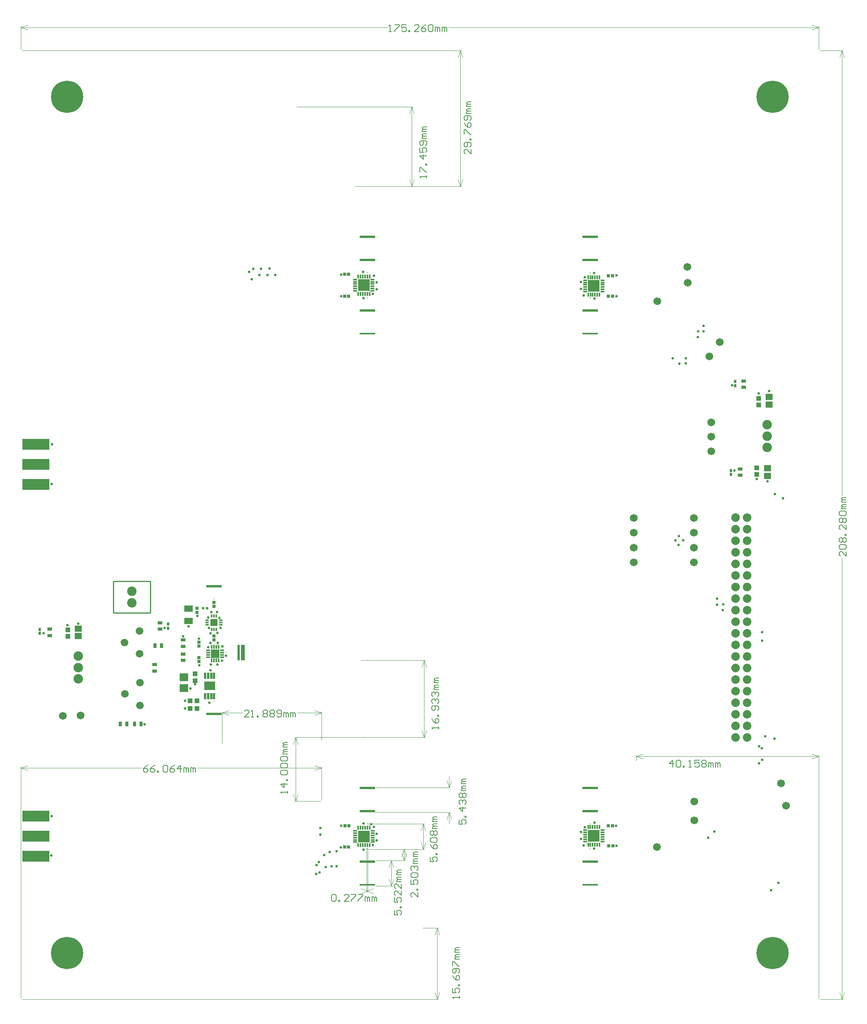
<source format=gts>
G04*
G04 #@! TF.GenerationSoftware,Altium Limited,Altium Designer,23.2.1 (34)*
G04*
G04 Layer_Color=8388736*
%FSLAX25Y25*%
%MOIN*%
G70*
G04*
G04 #@! TF.SameCoordinates,F271847A-4AD1-4DFD-BFDE-6748CE706F92*
G04*
G04*
G04 #@! TF.FilePolarity,Negative*
G04*
G01*
G75*
%ADD12C,0.01000*%
%ADD15C,0.00394*%
%ADD16C,0.00600*%
%ADD17R,0.13610X0.01575*%
%ADD18R,0.03291X0.13610*%
%ADD21R,0.13610X0.01992*%
%ADD26R,0.13610X0.01968*%
%ADD27R,0.01100X0.01000*%
%ADD28R,0.01968X0.13610*%
%ADD29R,0.01000X0.01100*%
%ADD48R,0.02423X0.02254*%
%ADD49R,0.03842X0.03055*%
%ADD50R,0.02268X0.03055*%
%ADD51R,0.09945X0.09945*%
%ADD52R,0.03449X0.01284*%
%ADD53R,0.01284X0.03449*%
%ADD54R,0.02898X0.02740*%
%ADD55R,0.06032X0.05239*%
%ADD56R,0.03890X0.04071*%
%ADD57R,0.23299X0.09299*%
%ADD58R,0.23299X0.09799*%
%ADD59R,0.02740X0.02898*%
%ADD60R,0.03055X0.03842*%
%ADD61R,0.02071X0.05614*%
%ADD62R,0.09197X0.07504*%
%ADD63R,0.06008X0.06008*%
%ADD64R,0.02858X0.01284*%
%ADD65R,0.01284X0.02858*%
%ADD66R,0.01480X0.03252*%
%ADD67R,0.03252X0.01480*%
%ADD68R,0.07189X0.07189*%
%ADD69R,0.07386X0.05614*%
%ADD70R,0.07583X0.06795*%
%ADD71R,0.04039X0.04236*%
%ADD72R,0.04236X0.04039*%
%ADD73C,0.27858*%
%ADD74C,0.07386*%
%ADD75C,0.06699*%
%ADD76C,0.08173*%
%ADD77C,0.06598*%
%ADD78C,0.02268*%
D12*
X301905Y381390D02*
X302000Y354225D01*
X270016Y381279D02*
X270111Y354114D01*
X270016Y381279D02*
X301905Y381390D01*
X270111Y354114D02*
X302000Y354225D01*
D15*
X190000Y21000D02*
Y221000D01*
X450093Y192713D02*
Y221000D01*
X190000Y220000D02*
X294354D01*
X342539D02*
X450093D01*
X190000D02*
X196000Y218000D01*
X190000Y220000D02*
X196000Y222000D01*
X444093D02*
X450093Y220000D01*
X444093Y218000D02*
X450093Y220000D01*
X880000Y21000D02*
Y231000D01*
X721897Y226489D02*
Y231000D01*
X800949Y230000D02*
X880000D01*
X721897D02*
X800949D01*
X874000Y232000D02*
X880000Y230000D01*
X874000Y228000D02*
X880000Y230000D01*
X721897D02*
X727897Y228000D01*
X721897Y230000D02*
X727897Y232000D01*
X191000Y20000D02*
X551000D01*
X537527Y81799D02*
X551000D01*
X550000Y20000D02*
Y50899D01*
Y81799D01*
Y20000D02*
X552000Y26000D01*
X548000D02*
X550000Y20000D01*
X548000Y75799D02*
X550000Y81799D01*
X552000Y75799D01*
X191000Y840000D02*
X571000D01*
X490484Y722797D02*
X571000D01*
X570000Y781399D02*
Y840000D01*
Y722797D02*
Y781399D01*
X568000Y834000D02*
X570000Y840000D01*
X572000Y834000D01*
X570000Y722797D02*
X572000Y728797D01*
X568000D02*
X570000Y722797D01*
X881000Y20000D02*
X901000D01*
X881000Y840000D02*
X901000D01*
X900000Y20000D02*
Y401308D01*
Y455492D02*
Y840000D01*
Y20000D02*
X902000Y26000D01*
X898000D02*
X900000Y20000D01*
X898000Y834000D02*
X900000Y840000D01*
X902000Y834000D01*
X880000Y841000D02*
Y861000D01*
X190000Y841000D02*
Y861000D01*
X559992Y860000D02*
X880000D01*
X190000D02*
X506808D01*
X874000Y862000D02*
X880000Y860000D01*
X874000Y858000D02*
X880000Y860000D01*
X190000D02*
X196000Y858000D01*
X190000Y860000D02*
X196000Y862000D01*
X490026Y112800D02*
Y148782D01*
X488937Y112800D02*
Y151073D01*
X489482Y113800D02*
X490026D01*
X488937D02*
X489482D01*
X484026Y115800D02*
X490026Y113800D01*
X484026Y111800D02*
X490026Y113800D01*
X488937D02*
X494937Y111800D01*
X488937Y113800D02*
X494937Y115800D01*
X363912Y241257D02*
Y268700D01*
X450089Y243907D02*
Y268700D01*
X363912Y267700D02*
X381808D01*
X428994D02*
X450089D01*
X363912D02*
X369912Y265700D01*
X363912Y267700D02*
X369912Y269700D01*
X444089D02*
X450089Y267700D01*
X444089Y265700D02*
X450089Y267700D01*
X428539Y791504D02*
X529097D01*
X478892Y722768D02*
X529097D01*
X528097Y757136D02*
Y791504D01*
Y722768D02*
Y757136D01*
X526097Y785504D02*
X528097Y791504D01*
X530097Y785504D01*
X528097Y722768D02*
X530097Y728768D01*
X526097D02*
X528097Y722768D01*
X426600Y191250D02*
X449122D01*
X426600Y246368D02*
X488492D01*
X427600Y191250D02*
Y218809D01*
Y246368D01*
Y191250D02*
X429600Y197250D01*
X425600D02*
X427600Y191250D01*
X425600Y240368D02*
X427600Y246368D01*
X429600Y240368D01*
X491026Y149782D02*
X522400D01*
X496800Y139926D02*
X522400D01*
X521400Y144854D02*
Y149782D01*
Y139926D02*
Y144854D01*
X519400Y143782D02*
X521400Y149782D01*
X523400Y143782D01*
X521400Y139926D02*
X523400Y145926D01*
X519400D02*
X521400Y139926D01*
X496288Y181707D02*
X561400D01*
X497298Y203116D02*
X561400D01*
X560400D02*
Y213116D01*
Y171707D02*
Y181707D01*
Y203116D02*
X562400Y209116D01*
X558400D02*
X560400Y203116D01*
X558400Y175707D02*
X560400Y181707D01*
X562400Y175707D01*
X490039Y149778D02*
X539000D01*
X490035Y171858D02*
X539000D01*
X538000Y149778D02*
Y160818D01*
Y171858D01*
Y149778D02*
X540000Y155778D01*
X536000D02*
X538000Y149778D01*
X536000Y165858D02*
X538000Y171858D01*
X540000Y165858D01*
X496800Y139926D02*
X511200D01*
X496552Y118188D02*
X511200D01*
X510200Y129057D02*
Y139926D01*
Y118188D02*
Y129057D01*
X508200Y133926D02*
X510200Y139926D01*
X512200Y133926D01*
X510200Y118188D02*
X512200Y124188D01*
X508200D02*
X510200Y118188D01*
X536697Y252368D02*
X538697Y246368D01*
X540697Y252368D01*
X538697Y313035D02*
X540697Y307035D01*
X536697D02*
X538697Y313035D01*
Y246368D02*
Y279702D01*
Y313035D01*
X489492Y246368D02*
X539697D01*
X484367Y313035D02*
X539697D01*
D16*
X299952Y222399D02*
X297953Y221399D01*
X295953Y219400D01*
Y217401D01*
X296953Y216401D01*
X298953D01*
X299952Y217401D01*
Y218400D01*
X298953Y219400D01*
X295953D01*
X305950Y222399D02*
X303951Y221399D01*
X301952Y219400D01*
Y217401D01*
X302951Y216401D01*
X304951D01*
X305950Y217401D01*
Y218400D01*
X304951Y219400D01*
X301952D01*
X307950Y216401D02*
Y217401D01*
X308949D01*
Y216401D01*
X307950D01*
X312948Y221399D02*
X313948Y222399D01*
X315947D01*
X316947Y221399D01*
Y217401D01*
X315947Y216401D01*
X313948D01*
X312948Y217401D01*
Y221399D01*
X322945Y222399D02*
X320945Y221399D01*
X318946Y219400D01*
Y217401D01*
X319946Y216401D01*
X321945D01*
X322945Y217401D01*
Y218400D01*
X321945Y219400D01*
X318946D01*
X327943Y216401D02*
Y222399D01*
X324944Y219400D01*
X328943D01*
X330942Y216401D02*
Y220400D01*
X331942D01*
X332942Y219400D01*
Y216401D01*
Y219400D01*
X333941Y220400D01*
X334941Y219400D01*
Y216401D01*
X336940D02*
Y220400D01*
X337940D01*
X338940Y219400D01*
Y216401D01*
Y219400D01*
X339939Y220400D01*
X340939Y219400D01*
Y216401D01*
X753599Y220600D02*
Y226598D01*
X750600Y223599D01*
X754599D01*
X756598Y225598D02*
X757598Y226598D01*
X759597D01*
X760597Y225598D01*
Y221600D01*
X759597Y220600D01*
X757598D01*
X756598Y221600D01*
Y225598D01*
X762596Y220600D02*
Y221600D01*
X763596D01*
Y220600D01*
X762596D01*
X767594D02*
X769594D01*
X768594D01*
Y226598D01*
X767594Y225598D01*
X776592Y226598D02*
X772593D01*
Y223599D01*
X774592Y224599D01*
X775592D01*
X776592Y223599D01*
Y221600D01*
X775592Y220600D01*
X773593D01*
X772593Y221600D01*
X778591Y225598D02*
X779591Y226598D01*
X781590D01*
X782590Y225598D01*
Y224599D01*
X781590Y223599D01*
X782590Y222599D01*
Y221600D01*
X781590Y220600D01*
X779591D01*
X778591Y221600D01*
Y222599D01*
X779591Y223599D01*
X778591Y224599D01*
Y225598D01*
X779591Y223599D02*
X781590D01*
X784589Y220600D02*
Y224599D01*
X785589D01*
X786588Y223599D01*
Y220600D01*
Y223599D01*
X787588Y224599D01*
X788588Y223599D01*
Y220600D01*
X790587D02*
Y224599D01*
X791587D01*
X792586Y223599D01*
Y220600D01*
Y223599D01*
X793586Y224599D01*
X794586Y223599D01*
Y220600D01*
X569400Y20600D02*
Y22599D01*
Y21600D01*
X563402D01*
X564402Y20600D01*
X563402Y29597D02*
Y25598D01*
X566401D01*
X565401Y27598D01*
Y28597D01*
X566401Y29597D01*
X568400D01*
X569400Y28597D01*
Y26598D01*
X568400Y25598D01*
X569400Y31596D02*
X568400D01*
Y32596D01*
X569400D01*
Y31596D01*
X563402Y40593D02*
X564402Y38594D01*
X566401Y36595D01*
X568400D01*
X569400Y37595D01*
Y39594D01*
X568400Y40593D01*
X567401D01*
X566401Y39594D01*
Y36595D01*
X568400Y42593D02*
X569400Y43593D01*
Y45592D01*
X568400Y46592D01*
X564402D01*
X563402Y45592D01*
Y43593D01*
X564402Y42593D01*
X565401D01*
X566401Y43593D01*
Y46592D01*
X563402Y48591D02*
Y52590D01*
X564402D01*
X568400Y48591D01*
X569400D01*
Y54589D02*
X565401D01*
Y55589D01*
X566401Y56588D01*
X569400D01*
X566401D01*
X565401Y57588D01*
X566401Y58588D01*
X569400D01*
Y60587D02*
X565401D01*
Y61587D01*
X566401Y62586D01*
X569400D01*
X566401D01*
X565401Y63586D01*
X566401Y64586D01*
X569400D01*
X579400Y754599D02*
Y750600D01*
X575401Y754599D01*
X574402D01*
X573402Y753599D01*
Y751600D01*
X574402Y750600D01*
X578400Y756598D02*
X579400Y757598D01*
Y759597D01*
X578400Y760597D01*
X574402D01*
X573402Y759597D01*
Y757598D01*
X574402Y756598D01*
X575401D01*
X576401Y757598D01*
Y760597D01*
X579400Y762596D02*
X578400D01*
Y763596D01*
X579400D01*
Y762596D01*
X573402Y767594D02*
Y771593D01*
X574402D01*
X578400Y767594D01*
X579400D01*
X573402Y777591D02*
X574402Y775592D01*
X576401Y773593D01*
X578400D01*
X579400Y774592D01*
Y776592D01*
X578400Y777591D01*
X577401D01*
X576401Y776592D01*
Y773593D01*
X578400Y779591D02*
X579400Y780590D01*
Y782590D01*
X578400Y783589D01*
X574402D01*
X573402Y782590D01*
Y780590D01*
X574402Y779591D01*
X575401D01*
X576401Y780590D01*
Y783589D01*
X579400Y785589D02*
X575401D01*
Y786588D01*
X576401Y787588D01*
X579400D01*
X576401D01*
X575401Y788588D01*
X576401Y789587D01*
X579400D01*
Y791587D02*
X575401D01*
Y792586D01*
X576401Y793586D01*
X579400D01*
X576401D01*
X575401Y794586D01*
X576401Y795585D01*
X579400D01*
X903599Y406907D02*
Y402908D01*
X899600Y406907D01*
X898601D01*
X897601Y405907D01*
Y403908D01*
X898601Y402908D01*
Y408906D02*
X897601Y409906D01*
Y411905D01*
X898601Y412905D01*
X902599D01*
X903599Y411905D01*
Y409906D01*
X902599Y408906D01*
X898601D01*
Y414904D02*
X897601Y415904D01*
Y417903D01*
X898601Y418903D01*
X899600D01*
X900600Y417903D01*
X901600Y418903D01*
X902599D01*
X903599Y417903D01*
Y415904D01*
X902599Y414904D01*
X901600D01*
X900600Y415904D01*
X899600Y414904D01*
X898601D01*
X900600Y415904D02*
Y417903D01*
X903599Y420902D02*
X902599D01*
Y421902D01*
X903599D01*
Y420902D01*
Y429900D02*
Y425901D01*
X899600Y429900D01*
X898601D01*
X897601Y428900D01*
Y426900D01*
X898601Y425901D01*
Y431899D02*
X897601Y432899D01*
Y434898D01*
X898601Y435898D01*
X899600D01*
X900600Y434898D01*
X901600Y435898D01*
X902599D01*
X903599Y434898D01*
Y432899D01*
X902599Y431899D01*
X901600D01*
X900600Y432899D01*
X899600Y431899D01*
X898601D01*
X900600Y432899D02*
Y434898D01*
X898601Y437897D02*
X897601Y438897D01*
Y440896D01*
X898601Y441896D01*
X902599D01*
X903599Y440896D01*
Y438897D01*
X902599Y437897D01*
X898601D01*
X903599Y443895D02*
X899600D01*
Y444895D01*
X900600Y445894D01*
X903599D01*
X900600D01*
X899600Y446894D01*
X900600Y447894D01*
X903599D01*
Y449893D02*
X899600D01*
Y450893D01*
X900600Y451892D01*
X903599D01*
X900600D01*
X899600Y452892D01*
X900600Y453892D01*
X903599D01*
X508408Y856401D02*
X510407D01*
X509408D01*
Y862399D01*
X508408Y861399D01*
X513407Y862399D02*
X517405D01*
Y861399D01*
X513407Y857401D01*
Y856401D01*
X523403Y862399D02*
X519405D01*
Y859400D01*
X521404Y860400D01*
X522403D01*
X523403Y859400D01*
Y857401D01*
X522403Y856401D01*
X520404D01*
X519405Y857401D01*
X525403Y856401D02*
Y857401D01*
X526402D01*
Y856401D01*
X525403D01*
X534400D02*
X530401D01*
X534400Y860400D01*
Y861399D01*
X533400Y862399D01*
X531401D01*
X530401Y861399D01*
X540398Y862399D02*
X538398Y861399D01*
X536399Y859400D01*
Y857401D01*
X537399Y856401D01*
X539398D01*
X540398Y857401D01*
Y858400D01*
X539398Y859400D01*
X536399D01*
X542397Y861399D02*
X543397Y862399D01*
X545396D01*
X546396Y861399D01*
Y857401D01*
X545396Y856401D01*
X543397D01*
X542397Y857401D01*
Y861399D01*
X548395Y856401D02*
Y860400D01*
X549395D01*
X550394Y859400D01*
Y856401D01*
Y859400D01*
X551394Y860400D01*
X552394Y859400D01*
Y856401D01*
X554393D02*
Y860400D01*
X555393D01*
X556393Y859400D01*
Y856401D01*
Y859400D01*
X557392Y860400D01*
X558392Y859400D01*
Y856401D01*
X458700Y109798D02*
X459700Y110798D01*
X461699D01*
X462699Y109798D01*
Y105800D01*
X461699Y104800D01*
X459700D01*
X458700Y105800D01*
Y109798D01*
X464698Y104800D02*
Y105800D01*
X465698D01*
Y104800D01*
X464698D01*
X473695D02*
X469696D01*
X473695Y108799D01*
Y109798D01*
X472695Y110798D01*
X470696D01*
X469696Y109798D01*
X475695Y110798D02*
X479693D01*
Y109798D01*
X475695Y105800D01*
Y104800D01*
X481693Y110798D02*
X485691D01*
Y109798D01*
X481693Y105800D01*
Y104800D01*
X487691D02*
Y108799D01*
X488690D01*
X489690Y107799D01*
Y104800D01*
Y107799D01*
X490690Y108799D01*
X491689Y107799D01*
Y104800D01*
X493689D02*
Y108799D01*
X494688D01*
X495688Y107799D01*
Y104800D01*
Y107799D01*
X496688Y108799D01*
X497687Y107799D01*
Y104800D01*
X387406Y264101D02*
X383408D01*
X387406Y268100D01*
Y269099D01*
X386407Y270099D01*
X384407D01*
X383408Y269099D01*
X389406Y264101D02*
X391405D01*
X390406D01*
Y270099D01*
X389406Y269099D01*
X394404Y264101D02*
Y265101D01*
X395404D01*
Y264101D01*
X394404D01*
X399403Y269099D02*
X400402Y270099D01*
X402402D01*
X403401Y269099D01*
Y268100D01*
X402402Y267100D01*
X403401Y266100D01*
Y265101D01*
X402402Y264101D01*
X400402D01*
X399403Y265101D01*
Y266100D01*
X400402Y267100D01*
X399403Y268100D01*
Y269099D01*
X400402Y267100D02*
X402402D01*
X405401Y269099D02*
X406400Y270099D01*
X408400D01*
X409399Y269099D01*
Y268100D01*
X408400Y267100D01*
X409399Y266100D01*
Y265101D01*
X408400Y264101D01*
X406400D01*
X405401Y265101D01*
Y266100D01*
X406400Y267100D01*
X405401Y268100D01*
Y269099D01*
X406400Y267100D02*
X408400D01*
X411399Y265101D02*
X412398Y264101D01*
X414398D01*
X415397Y265101D01*
Y269099D01*
X414398Y270099D01*
X412398D01*
X411399Y269099D01*
Y268100D01*
X412398Y267100D01*
X415397D01*
X417397Y264101D02*
Y268100D01*
X418396D01*
X419396Y267100D01*
Y264101D01*
Y267100D01*
X420396Y268100D01*
X421395Y267100D01*
Y264101D01*
X423395D02*
Y268100D01*
X424395D01*
X425394Y267100D01*
Y264101D01*
Y267100D01*
X426394Y268100D01*
X427393Y267100D01*
Y264101D01*
X540800Y730026D02*
Y732025D01*
Y731026D01*
X534802D01*
X535802Y730026D01*
X534802Y735024D02*
Y739023D01*
X535802D01*
X539800Y735024D01*
X540800D01*
Y741022D02*
X539800D01*
Y742022D01*
X540800D01*
Y741022D01*
Y749020D02*
X534802D01*
X537801Y746021D01*
Y750020D01*
X534802Y756018D02*
Y752019D01*
X537801D01*
X536801Y754018D01*
Y755018D01*
X537801Y756018D01*
X539800D01*
X540800Y755018D01*
Y753019D01*
X539800Y752019D01*
Y758017D02*
X540800Y759017D01*
Y761016D01*
X539800Y762016D01*
X535802D01*
X534802Y761016D01*
Y759017D01*
X535802Y758017D01*
X536801D01*
X537801Y759017D01*
Y762016D01*
X540800Y764015D02*
X536801D01*
Y765015D01*
X537801Y766014D01*
X540800D01*
X537801D01*
X536801Y767014D01*
X537801Y768014D01*
X540800D01*
Y770013D02*
X536801D01*
Y771013D01*
X537801Y772012D01*
X540800D01*
X537801D01*
X536801Y773012D01*
X537801Y774012D01*
X540800D01*
X420600Y198200D02*
Y200199D01*
Y199200D01*
X414602D01*
X415602Y198200D01*
X420600Y206197D02*
X414602D01*
X417601Y203198D01*
Y207197D01*
X420600Y209196D02*
X419600D01*
Y210196D01*
X420600D01*
Y209196D01*
X415602Y214195D02*
X414602Y215195D01*
Y217194D01*
X415602Y218194D01*
X419600D01*
X420600Y217194D01*
Y215195D01*
X419600Y214195D01*
X415602D01*
Y220193D02*
X414602Y221193D01*
Y223192D01*
X415602Y224192D01*
X419600D01*
X420600Y223192D01*
Y221193D01*
X419600Y220193D01*
X415602D01*
Y226191D02*
X414602Y227191D01*
Y229190D01*
X415602Y230190D01*
X419600D01*
X420600Y229190D01*
Y227191D01*
X419600Y226191D01*
X415602D01*
X420600Y232189D02*
X416601D01*
Y233189D01*
X417601Y234188D01*
X420600D01*
X417601D01*
X416601Y235188D01*
X417601Y236188D01*
X420600D01*
Y238187D02*
X416601D01*
Y239187D01*
X417601Y240186D01*
X420600D01*
X417601D01*
X416601Y241186D01*
X417601Y242186D01*
X420600D01*
X533400Y112399D02*
Y108400D01*
X529401Y112399D01*
X528402D01*
X527402Y111399D01*
Y109400D01*
X528402Y108400D01*
X533400Y114398D02*
X532400D01*
Y115398D01*
X533400D01*
Y114398D01*
X527402Y123395D02*
Y119396D01*
X530401D01*
X529401Y121396D01*
Y122396D01*
X530401Y123395D01*
X532400D01*
X533400Y122396D01*
Y120396D01*
X532400Y119396D01*
X528402Y125394D02*
X527402Y126394D01*
Y128393D01*
X528402Y129393D01*
X532400D01*
X533400Y128393D01*
Y126394D01*
X532400Y125394D01*
X528402D01*
Y131393D02*
X527402Y132392D01*
Y134392D01*
X528402Y135391D01*
X529401D01*
X530401Y134392D01*
Y133392D01*
Y134392D01*
X531401Y135391D01*
X532400D01*
X533400Y134392D01*
Y132392D01*
X532400Y131393D01*
X533400Y137391D02*
X529401D01*
Y138390D01*
X530401Y139390D01*
X533400D01*
X530401D01*
X529401Y140390D01*
X530401Y141389D01*
X533400D01*
Y143389D02*
X529401D01*
Y144388D01*
X530401Y145388D01*
X533400D01*
X530401D01*
X529401Y146388D01*
X530401Y147387D01*
X533400D01*
X568798Y175317D02*
Y171318D01*
X571797D01*
X570797Y173317D01*
Y174317D01*
X571797Y175317D01*
X573796D01*
X574796Y174317D01*
Y172318D01*
X573796Y171318D01*
X574796Y177316D02*
X573796D01*
Y178316D01*
X574796D01*
Y177316D01*
Y185313D02*
X568798D01*
X571797Y182315D01*
Y186313D01*
X569798Y188313D02*
X568798Y189312D01*
Y191312D01*
X569798Y192311D01*
X570797D01*
X571797Y191312D01*
Y190312D01*
Y191312D01*
X572797Y192311D01*
X573796D01*
X574796Y191312D01*
Y189312D01*
X573796Y188313D01*
X569798Y194311D02*
X568798Y195310D01*
Y197310D01*
X569798Y198309D01*
X570797D01*
X571797Y197310D01*
X572797Y198309D01*
X573796D01*
X574796Y197310D01*
Y195310D01*
X573796Y194311D01*
X572797D01*
X571797Y195310D01*
X570797Y194311D01*
X569798D01*
X571797Y195310D02*
Y197310D01*
X574796Y200309D02*
X570797D01*
Y201308D01*
X571797Y202308D01*
X574796D01*
X571797D01*
X570797Y203308D01*
X571797Y204307D01*
X574796D01*
Y206307D02*
X570797D01*
Y207306D01*
X571797Y208306D01*
X574796D01*
X571797D01*
X570797Y209306D01*
X571797Y210305D01*
X574796D01*
X543902Y142899D02*
Y138900D01*
X546901D01*
X545901Y140899D01*
Y141899D01*
X546901Y142899D01*
X548900D01*
X549900Y141899D01*
Y139900D01*
X548900Y138900D01*
X549900Y144898D02*
X548900D01*
Y145898D01*
X549900D01*
Y144898D01*
X543902Y153895D02*
X544902Y151896D01*
X546901Y149896D01*
X548900D01*
X549900Y150896D01*
Y152895D01*
X548900Y153895D01*
X547901D01*
X546901Y152895D01*
Y149896D01*
X544902Y155894D02*
X543902Y156894D01*
Y158894D01*
X544902Y159893D01*
X548900D01*
X549900Y158894D01*
Y156894D01*
X548900Y155894D01*
X544902D01*
Y161893D02*
X543902Y162892D01*
Y164892D01*
X544902Y165891D01*
X545901D01*
X546901Y164892D01*
X547901Y165891D01*
X548900D01*
X549900Y164892D01*
Y162892D01*
X548900Y161893D01*
X547901D01*
X546901Y162892D01*
X545901Y161893D01*
X544902D01*
X546901Y162892D02*
Y164892D01*
X549900Y167891D02*
X545901D01*
Y168890D01*
X546901Y169890D01*
X549900D01*
X546901D01*
X545901Y170890D01*
X546901Y171889D01*
X549900D01*
Y173889D02*
X545901D01*
Y174888D01*
X546901Y175888D01*
X549900D01*
X546901D01*
X545901Y176888D01*
X546901Y177887D01*
X549900D01*
X513102Y96899D02*
Y92900D01*
X516101D01*
X515101Y94899D01*
Y95899D01*
X516101Y96899D01*
X518100D01*
X519100Y95899D01*
Y93900D01*
X518100Y92900D01*
X519100Y98898D02*
X518100D01*
Y99898D01*
X519100D01*
Y98898D01*
X513102Y107895D02*
Y103896D01*
X516101D01*
X515101Y105896D01*
Y106895D01*
X516101Y107895D01*
X518100D01*
X519100Y106895D01*
Y104896D01*
X518100Y103896D01*
X519100Y113893D02*
Y109895D01*
X515101Y113893D01*
X514102D01*
X513102Y112893D01*
Y110894D01*
X514102Y109895D01*
X519100Y119891D02*
Y115893D01*
X515101Y119891D01*
X514102D01*
X513102Y118892D01*
Y116892D01*
X514102Y115893D01*
X519100Y121891D02*
X515101D01*
Y122890D01*
X516101Y123890D01*
X519100D01*
X516101D01*
X515101Y124890D01*
X516101Y125889D01*
X519100D01*
Y127889D02*
X515101D01*
Y128888D01*
X516101Y129888D01*
X519100D01*
X516101D01*
X515101Y130888D01*
X516101Y131887D01*
X519100D01*
X551400Y253626D02*
Y255625D01*
Y254626D01*
X545402D01*
X546402Y253626D01*
X545402Y262623D02*
X546402Y260624D01*
X548401Y258624D01*
X550400D01*
X551400Y259624D01*
Y261623D01*
X550400Y262623D01*
X549401D01*
X548401Y261623D01*
Y258624D01*
X551400Y264622D02*
X550400D01*
Y265622D01*
X551400D01*
Y264622D01*
X550400Y269621D02*
X551400Y270620D01*
Y272620D01*
X550400Y273620D01*
X546402D01*
X545402Y272620D01*
Y270620D01*
X546402Y269621D01*
X547401D01*
X548401Y270620D01*
Y273620D01*
X546402Y275619D02*
X545402Y276619D01*
Y278618D01*
X546402Y279618D01*
X547401D01*
X548401Y278618D01*
Y277618D01*
Y278618D01*
X549401Y279618D01*
X550400D01*
X551400Y278618D01*
Y276619D01*
X550400Y275619D01*
X546402Y281617D02*
X545402Y282617D01*
Y284616D01*
X546402Y285616D01*
X547401D01*
X548401Y284616D01*
Y283616D01*
Y284616D01*
X549401Y285616D01*
X550400D01*
X551400Y284616D01*
Y282617D01*
X550400Y281617D01*
X551400Y287615D02*
X547401D01*
Y288615D01*
X548401Y289614D01*
X551400D01*
X548401D01*
X547401Y290614D01*
X548401Y291614D01*
X551400D01*
Y293613D02*
X547401D01*
Y294613D01*
X548401Y295612D01*
X551400D01*
X548401D01*
X547401Y296612D01*
X548401Y297612D01*
X551400D01*
D17*
X489475Y595437D02*
D03*
X682388D02*
D03*
X489475Y118941D02*
D03*
X682388D02*
D03*
D18*
X382110Y319843D02*
D03*
D21*
X682406Y202665D02*
D03*
X489492Y202665D02*
D03*
X682398Y679095D02*
D03*
X489484D02*
D03*
D26*
X489472Y615386D02*
D03*
X682387Y615356D02*
D03*
X489472Y659114D02*
D03*
X682386D02*
D03*
X682393Y138957D02*
D03*
X682394Y182685D02*
D03*
X489479Y138955D02*
D03*
X489479Y182685D02*
D03*
X357108Y266607D02*
D03*
X357008Y377054D02*
D03*
D27*
X489472Y626409D02*
D03*
X682387Y626379D02*
D03*
X489472Y648091D02*
D03*
X682386D02*
D03*
X682393Y149980D02*
D03*
X682394Y171661D02*
D03*
X489479Y149979D02*
D03*
X489479Y171661D02*
D03*
X357108Y277631D02*
D03*
X357008Y366031D02*
D03*
D28*
X378320Y319802D02*
D03*
D29*
X367297D02*
D03*
D48*
X351008Y358131D02*
D03*
X347633D02*
D03*
D49*
X310200Y340044D02*
D03*
Y345556D02*
D03*
X814799Y554433D02*
D03*
Y548921D02*
D03*
X811908Y478487D02*
D03*
Y472975D02*
D03*
X214898Y334551D02*
D03*
Y340063D02*
D03*
X305708Y309387D02*
D03*
Y303875D02*
D03*
X330289Y312913D02*
D03*
Y318425D02*
D03*
Y325117D02*
D03*
Y330629D02*
D03*
D50*
X317400Y344372D02*
D03*
Y340828D02*
D03*
X807614Y554039D02*
D03*
Y550496D02*
D03*
X804008Y473659D02*
D03*
Y477202D02*
D03*
X206236Y339866D02*
D03*
Y336323D02*
D03*
D51*
X486531Y637264D02*
D03*
X685404Y636581D02*
D03*
X685370Y161389D02*
D03*
X486539Y160835D02*
D03*
D52*
X478953Y632342D02*
D03*
Y634311D02*
D03*
Y636279D02*
D03*
Y638248D02*
D03*
Y640217D02*
D03*
Y642185D02*
D03*
X494110D02*
D03*
Y640217D02*
D03*
Y638248D02*
D03*
Y636279D02*
D03*
Y634311D02*
D03*
Y632342D02*
D03*
X692983Y641502D02*
D03*
Y639534D02*
D03*
Y637565D02*
D03*
Y635597D02*
D03*
Y633628D02*
D03*
Y631660D02*
D03*
X677825D02*
D03*
Y633628D02*
D03*
Y635597D02*
D03*
Y637565D02*
D03*
Y639534D02*
D03*
Y641502D02*
D03*
X677791Y166310D02*
D03*
Y164341D02*
D03*
Y162373D02*
D03*
Y160404D02*
D03*
Y158436D02*
D03*
Y156467D02*
D03*
X692949D02*
D03*
Y158436D02*
D03*
Y160404D02*
D03*
Y162373D02*
D03*
Y164341D02*
D03*
Y166310D02*
D03*
X478961Y155913D02*
D03*
Y157882D02*
D03*
Y159850D02*
D03*
Y161819D02*
D03*
Y163787D02*
D03*
Y165756D02*
D03*
X494118D02*
D03*
Y163787D02*
D03*
Y161819D02*
D03*
Y159850D02*
D03*
Y157882D02*
D03*
Y155913D02*
D03*
D53*
X481610Y644842D02*
D03*
X483579D02*
D03*
X485547D02*
D03*
X487516D02*
D03*
X489484D02*
D03*
X491453D02*
D03*
Y629685D02*
D03*
X489484D02*
D03*
X487516D02*
D03*
X485547D02*
D03*
X483579D02*
D03*
X481610D02*
D03*
X690325Y629002D02*
D03*
X688357D02*
D03*
X686388D02*
D03*
X684420D02*
D03*
X682451D02*
D03*
X680483D02*
D03*
Y644160D02*
D03*
X682451D02*
D03*
X684420D02*
D03*
X686388D02*
D03*
X688357D02*
D03*
X690325D02*
D03*
X690291Y168967D02*
D03*
X688323D02*
D03*
X686354D02*
D03*
X684386D02*
D03*
X682417D02*
D03*
X680449D02*
D03*
Y153810D02*
D03*
X682417D02*
D03*
X684386D02*
D03*
X686354D02*
D03*
X688323D02*
D03*
X690291D02*
D03*
X481618Y168413D02*
D03*
X483587D02*
D03*
X485555D02*
D03*
X487524D02*
D03*
X489492D02*
D03*
X491461D02*
D03*
Y153256D02*
D03*
X489492D02*
D03*
X487524D02*
D03*
X485555D02*
D03*
X483587D02*
D03*
X481618D02*
D03*
D54*
X469976Y627716D02*
D03*
X473441D02*
D03*
X469976Y646614D02*
D03*
X473441D02*
D03*
X698087Y645532D02*
D03*
X701551D02*
D03*
X698087Y627815D02*
D03*
X701551D02*
D03*
X701559Y170185D02*
D03*
X698095D02*
D03*
X701894Y152665D02*
D03*
X698429D02*
D03*
X473252Y151681D02*
D03*
X469787D02*
D03*
X473646Y170087D02*
D03*
X470181D02*
D03*
D55*
X836933Y534206D02*
D03*
Y540708D02*
D03*
X239504Y340460D02*
D03*
Y333958D02*
D03*
X835665Y472537D02*
D03*
Y479039D02*
D03*
D56*
X828023Y539327D02*
D03*
Y533602D02*
D03*
X230449Y333658D02*
D03*
Y339382D02*
D03*
X826315Y479441D02*
D03*
Y473717D02*
D03*
D57*
X203008Y482453D02*
D03*
Y161081D02*
D03*
D58*
Y465203D02*
D03*
Y499703D02*
D03*
Y143831D02*
D03*
Y178331D02*
D03*
D59*
X357008Y363195D02*
D03*
Y359731D02*
D03*
X344109Y315434D02*
D03*
Y311969D02*
D03*
X344011Y325257D02*
D03*
Y328721D02*
D03*
X342408Y357963D02*
D03*
Y354498D02*
D03*
X357008Y330598D02*
D03*
Y334063D02*
D03*
D60*
X311556Y325700D02*
D03*
X306044D02*
D03*
X293808Y257931D02*
D03*
X288296D02*
D03*
X281508Y258031D02*
D03*
X275996D02*
D03*
D61*
X349420Y282202D02*
D03*
X351979D02*
D03*
X354538D02*
D03*
X357097D02*
D03*
X349420Y299722D02*
D03*
X351979D02*
D03*
X354538D02*
D03*
X357097D02*
D03*
D62*
X353259Y290962D02*
D03*
D63*
X357003Y345591D02*
D03*
D64*
X351097Y343583D02*
D03*
Y345591D02*
D03*
Y347599D02*
D03*
X362908D02*
D03*
Y345591D02*
D03*
Y343583D02*
D03*
D65*
X354995Y351497D02*
D03*
X357003D02*
D03*
X359011D02*
D03*
Y339686D02*
D03*
X357003D02*
D03*
X354995D02*
D03*
D66*
X355034Y312914D02*
D03*
X357003D02*
D03*
X358971D02*
D03*
X360940D02*
D03*
Y324725D02*
D03*
X358971D02*
D03*
X357003D02*
D03*
X355034D02*
D03*
D67*
X363893Y315867D02*
D03*
Y317835D02*
D03*
Y319804D02*
D03*
Y321772D02*
D03*
X352081D02*
D03*
Y319804D02*
D03*
Y317835D02*
D03*
Y315867D02*
D03*
D68*
X357987Y318819D02*
D03*
D69*
X335008Y347017D02*
D03*
Y357844D02*
D03*
D70*
X330920Y288911D02*
D03*
Y298557D02*
D03*
D71*
X340467Y301411D02*
D03*
Y295505D02*
D03*
D72*
X342161Y278031D02*
D03*
X336255D02*
D03*
X342161Y271231D02*
D03*
X336255D02*
D03*
D73*
X840000Y60000D02*
D03*
X230000D02*
D03*
X840000Y800000D02*
D03*
X230000D02*
D03*
D74*
X808047Y436264D02*
D03*
X818047D02*
D03*
X808047Y426264D02*
D03*
X818047D02*
D03*
X808047Y416264D02*
D03*
X818047D02*
D03*
X808047Y406264D02*
D03*
X818047D02*
D03*
X808047Y396264D02*
D03*
X818047D02*
D03*
X808047Y386264D02*
D03*
X818047D02*
D03*
X808047Y376264D02*
D03*
X818047D02*
D03*
X808047Y366264D02*
D03*
X818047D02*
D03*
X808047Y356264D02*
D03*
X818047D02*
D03*
X808047Y346264D02*
D03*
X818047D02*
D03*
X808047Y336264D02*
D03*
X818047D02*
D03*
X808047Y326264D02*
D03*
X818047D02*
D03*
X808047Y316264D02*
D03*
X818047D02*
D03*
X808047Y306264D02*
D03*
X818047D02*
D03*
X808047Y296264D02*
D03*
X818047D02*
D03*
X808047Y286264D02*
D03*
X818047D02*
D03*
X808047Y276264D02*
D03*
X818047D02*
D03*
X808047Y266264D02*
D03*
X818047D02*
D03*
X808047Y256264D02*
D03*
X818047D02*
D03*
X808047Y246264D02*
D03*
X818047D02*
D03*
D75*
X772048Y397708D02*
D03*
X847319Y206799D02*
D03*
X740190Y623347D02*
D03*
X766638Y639248D02*
D03*
X766366Y653158D02*
D03*
X771951Y410514D02*
D03*
Y423320D02*
D03*
X772051Y436126D02*
D03*
X787008Y518831D02*
D03*
X720000Y410514D02*
D03*
Y397708D02*
D03*
Y423320D02*
D03*
Y436126D02*
D03*
X226208Y265031D02*
D03*
X241608Y265231D02*
D03*
X787008Y493631D02*
D03*
Y506231D02*
D03*
X772272Y174713D02*
D03*
X851685Y187307D02*
D03*
X772224Y190976D02*
D03*
X794425Y587898D02*
D03*
X785268Y575827D02*
D03*
X739858Y151618D02*
D03*
D76*
X835370Y497051D02*
D03*
Y506894D02*
D03*
Y516736D02*
D03*
X239508Y296931D02*
D03*
Y306773D02*
D03*
Y316616D02*
D03*
X286008Y362831D02*
D03*
Y372673D02*
D03*
D77*
X293004Y274088D02*
D03*
Y293773D02*
D03*
X280012Y283931D02*
D03*
X292604Y318688D02*
D03*
Y338373D02*
D03*
X279612Y328531D02*
D03*
D78*
X705100Y152626D02*
D03*
X314300Y340900D02*
D03*
X704800Y645574D02*
D03*
Y627774D02*
D03*
X842100Y456800D02*
D03*
X848953Y453131D02*
D03*
X791854Y366354D02*
D03*
X791800Y361000D02*
D03*
X765059Y574146D02*
D03*
X753563Y574118D02*
D03*
X764850Y569571D02*
D03*
X759216Y569425D02*
D03*
X762513Y416599D02*
D03*
X758760Y412811D02*
D03*
X755897Y416613D02*
D03*
X759079Y420354D02*
D03*
X775516Y597496D02*
D03*
X775398Y592410D02*
D03*
X780185Y597261D02*
D03*
X780280Y601984D02*
D03*
X844980Y120728D02*
D03*
X838543Y114394D02*
D03*
X789667Y164984D02*
D03*
X486531Y637264D02*
D03*
Y633764D02*
D03*
Y640764D02*
D03*
X490031Y637264D02*
D03*
Y640764D02*
D03*
Y633764D02*
D03*
X494406Y629783D02*
D03*
X495291Y645532D02*
D03*
X497563Y633819D02*
D03*
X676648Y628381D02*
D03*
X685404Y633081D02*
D03*
X483032Y633764D02*
D03*
X387417Y648779D02*
D03*
X389681Y642382D02*
D03*
X391059Y651514D02*
D03*
X396374Y646024D02*
D03*
X397488Y651514D02*
D03*
X403388Y646002D02*
D03*
X404988Y651602D02*
D03*
X409988Y646045D02*
D03*
X466788Y627802D02*
D03*
X466988Y646502D02*
D03*
X483032Y637264D02*
D03*
Y640764D02*
D03*
X497563Y639724D02*
D03*
X674376Y640094D02*
D03*
Y634188D02*
D03*
X485988Y648602D02*
D03*
X677534Y644129D02*
D03*
X681904Y633081D02*
D03*
Y636581D02*
D03*
Y640081D02*
D03*
X686088Y625602D02*
D03*
X688904Y633081D02*
D03*
Y636581D02*
D03*
Y640081D02*
D03*
X486288Y626002D02*
D03*
X685404Y636581D02*
D03*
Y640081D02*
D03*
X685488Y647802D02*
D03*
X828189Y224130D02*
D03*
X828308Y238807D02*
D03*
X830811Y227114D02*
D03*
X830744Y237110D02*
D03*
X784402Y159760D02*
D03*
X685370Y161389D02*
D03*
X677484Y168807D02*
D03*
X681870Y157889D02*
D03*
Y164889D02*
D03*
Y161389D02*
D03*
X685370Y157889D02*
D03*
Y164889D02*
D03*
X686096Y172715D02*
D03*
X688870Y157889D02*
D03*
Y161389D02*
D03*
X674327Y164772D02*
D03*
Y158866D02*
D03*
X688870Y164889D02*
D03*
X704696Y170215D02*
D03*
X685696Y150315D02*
D03*
X676598Y153059D02*
D03*
X490039Y160835D02*
D03*
X486244Y172153D02*
D03*
X492996Y171515D02*
D03*
X483039Y157335D02*
D03*
X490039D02*
D03*
Y164335D02*
D03*
X483039D02*
D03*
X486539Y157335D02*
D03*
Y164335D02*
D03*
X495299Y169004D02*
D03*
X483039Y160835D02*
D03*
X486539D02*
D03*
X497571Y163197D02*
D03*
X445284Y128271D02*
D03*
X448350Y129831D02*
D03*
X445595Y136031D02*
D03*
X453764Y134457D02*
D03*
X497571Y157291D02*
D03*
X448941Y167998D02*
D03*
Y162530D02*
D03*
X466496Y151515D02*
D03*
X494413Y153256D02*
D03*
X458488Y135047D02*
D03*
X447758Y138888D02*
D03*
X463114Y135146D02*
D03*
X452386Y144890D02*
D03*
X457110Y147348D02*
D03*
X463016Y147941D02*
D03*
X486244Y149319D02*
D03*
X466896Y170115D02*
D03*
X297108Y257831D02*
D03*
X342508Y351231D02*
D03*
X334808Y342431D02*
D03*
X330308Y333831D02*
D03*
X344108Y331731D02*
D03*
X354308Y309531D02*
D03*
X344208Y308831D02*
D03*
X332108Y271231D02*
D03*
Y278031D02*
D03*
X336608Y288631D02*
D03*
X239508Y344731D02*
D03*
X230408Y343331D02*
D03*
X209708Y336431D02*
D03*
X804808Y550631D02*
D03*
X806808Y477131D02*
D03*
X841669Y245476D02*
D03*
X833697Y247543D02*
D03*
X796984Y356303D02*
D03*
X797181Y361323D02*
D03*
X830842Y330024D02*
D03*
Y337307D02*
D03*
X356187Y317020D02*
D03*
X359908Y309331D02*
D03*
X354071Y304236D02*
D03*
X352506Y341092D02*
D03*
X351905Y350201D02*
D03*
X361748Y349807D02*
D03*
X362535Y341146D02*
D03*
X340488Y292327D02*
D03*
X363913Y312602D02*
D03*
X351807Y324413D02*
D03*
X364307Y324905D02*
D03*
X367260Y316933D02*
D03*
X828023Y543565D02*
D03*
X216374Y144295D02*
D03*
X216571Y178350D02*
D03*
X216866Y499610D02*
D03*
X216571Y465358D02*
D03*
X835565Y467888D02*
D03*
X826115Y469679D02*
D03*
X836933Y545857D02*
D03*
X356259Y288762D02*
D03*
Y293162D02*
D03*
X350259Y288762D02*
D03*
Y293162D02*
D03*
X353259Y290962D02*
D03*
X355353Y347241D02*
D03*
X358653D02*
D03*
X355353Y343941D02*
D03*
X358653D02*
D03*
X356187Y320620D02*
D03*
X359787D02*
D03*
Y317020D02*
D03*
X359681Y354728D02*
D03*
X354465Y354630D02*
D03*
X353108Y276331D02*
D03*
X360075Y336618D02*
D03*
X353874Y336520D02*
D03*
X360272Y328055D02*
D03*
X354108Y327931D02*
D03*
M02*

</source>
